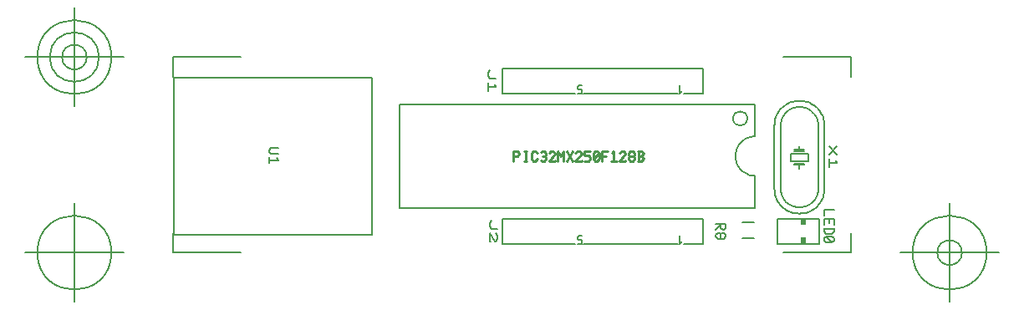
<source format=gbr>
G04 Generated by Ultiboard 11.0 *
%FSLAX25Y25*%
%MOIN*%

%ADD10C,0.00612*%
%ADD11C,0.00800*%
%ADD12C,0.01000*%
%ADD13C,0.00787*%
%ADD14C,0.00005*%
%ADD15C,0.00500*%
%ADD16C,0.00005*%


G04 ColorRGB FFFF00 for the following layer *
%LNSilkscreen Top*%
%LPD*%
%FSLAX25Y25*%
%MOIN*%
G54D10*
X28247Y40751D02*
X25098Y40751D01*
X25098Y40751D02*
X24310Y39967D01*
X24310Y39967D02*
X24310Y39183D01*
X24310Y39183D02*
X25098Y38399D01*
X25098Y38399D02*
X28247Y38399D01*
X27460Y36831D02*
X28247Y36047D01*
X28247Y36047D02*
X24310Y36047D01*
X24310Y37223D02*
X24310Y34871D01*
X202519Y10495D02*
X206456Y10495D01*
X206456Y10495D02*
X206456Y8927D01*
X206456Y8927D02*
X205669Y8143D01*
X205669Y8143D02*
X205275Y8143D01*
X205275Y8143D02*
X204487Y8927D01*
X204487Y8927D02*
X204487Y10495D01*
X204487Y10103D02*
X202519Y8143D01*
X202519Y5399D02*
X202519Y6183D01*
X202519Y6183D02*
X203306Y6967D01*
X203306Y6967D02*
X204094Y6967D01*
X204094Y6967D02*
X204487Y6575D01*
X204487Y6575D02*
X204881Y6967D01*
X204881Y6967D02*
X205669Y6967D01*
X205669Y6967D02*
X206456Y6183D01*
X206456Y6183D02*
X206456Y5399D01*
X206456Y5399D02*
X205669Y4615D01*
X205669Y4615D02*
X204881Y4615D01*
X204881Y4615D02*
X204487Y5007D01*
X204487Y5007D02*
X204094Y4615D01*
X204094Y4615D02*
X203306Y4615D01*
X203306Y4615D02*
X202519Y5399D01*
X204487Y6575D02*
X204487Y5007D01*
G54D11*
X112988Y11944D02*
X112393Y10833D01*
X112393Y10833D02*
X112393Y9722D01*
X112393Y9722D02*
X112988Y8611D01*
X112988Y8611D02*
X115369Y8611D01*
X114774Y6944D02*
X115369Y5833D01*
X115369Y5833D02*
X115369Y4722D01*
X115369Y4722D02*
X114774Y3611D01*
X114774Y3611D02*
X114476Y3611D01*
X114476Y3611D02*
X112393Y6944D01*
X112393Y6944D02*
X112393Y3611D01*
X112393Y3611D02*
X112690Y3611D01*
X112488Y71944D02*
X111893Y70833D01*
X111893Y70833D02*
X111893Y69722D01*
X111893Y69722D02*
X112488Y68611D01*
X112488Y68611D02*
X114869Y68611D01*
X114274Y66389D02*
X114869Y65278D01*
X114869Y65278D02*
X111893Y65278D01*
X111893Y66944D02*
X111893Y63611D01*
X250869Y41444D02*
X247893Y38111D01*
X247893Y41444D02*
X250869Y38111D01*
X250274Y35889D02*
X250869Y34778D01*
X250869Y34778D02*
X247893Y34778D01*
X247893Y36444D02*
X247893Y33111D01*
X249618Y16108D02*
X245681Y16108D01*
X245681Y16108D02*
X245681Y13757D01*
X245681Y10229D02*
X245681Y12581D01*
X245681Y12581D02*
X247650Y12581D01*
X247650Y12581D02*
X249618Y12581D01*
X249618Y12581D02*
X249618Y10229D01*
X247650Y12581D02*
X247650Y11013D01*
X245681Y9053D02*
X245681Y7486D01*
X245681Y7486D02*
X246469Y6702D01*
X246469Y6702D02*
X248831Y6702D01*
X248831Y6702D02*
X249618Y7486D01*
X249618Y7486D02*
X249618Y9053D01*
X249618Y8662D02*
X245681Y8662D01*
X248831Y5526D02*
X249618Y4742D01*
X249618Y4742D02*
X249618Y3958D01*
X249618Y3958D02*
X248831Y3175D01*
X248831Y3175D02*
X246469Y3175D01*
X246469Y3175D02*
X245681Y3958D01*
X245681Y3958D02*
X245681Y4742D01*
X245681Y4742D02*
X246469Y5526D01*
X246469Y5526D02*
X248831Y5526D01*
X248831Y3175D02*
X246469Y5526D01*
X-13485Y6316D02*
X65255Y6316D01*
X65255Y68914D02*
X-13485Y68914D01*
X-13485Y68914D02*
X-13485Y6316D01*
X65255Y6316D02*
X65255Y68914D01*
X117385Y12603D02*
X197385Y12603D01*
X117385Y2603D02*
X146552Y2603D01*
X117385Y2603D02*
X117385Y12603D01*
X189052Y3436D02*
X188218Y2603D01*
X187385Y2603D02*
X149885Y2603D01*
X148219Y5936D02*
X148146Y5933D01*
X148146Y5933D02*
X148074Y5924D01*
X148074Y5924D02*
X148003Y5908D01*
X148003Y5908D02*
X147933Y5886D01*
X147933Y5886D02*
X147866Y5858D01*
X147866Y5858D02*
X147802Y5825D01*
X147802Y5825D02*
X147741Y5786D01*
X147741Y5786D02*
X147683Y5741D01*
X147683Y5741D02*
X147629Y5692D01*
X147629Y5692D02*
X147580Y5639D01*
X147580Y5639D02*
X147536Y5581D01*
X147536Y5581D02*
X147497Y5520D01*
X147497Y5520D02*
X147463Y5455D01*
X147463Y5455D02*
X147435Y5388D01*
X147435Y5388D02*
X147414Y5319D01*
X147414Y5319D02*
X147398Y5248D01*
X147398Y5248D02*
X147388Y5176D01*
X147388Y5176D02*
X147385Y5103D01*
X147385Y5103D02*
X147388Y5030D01*
X147388Y5030D02*
X147398Y4958D01*
X147398Y4958D02*
X147414Y4887D01*
X147414Y4887D02*
X147435Y4818D01*
X147435Y4818D02*
X147463Y4751D01*
X147463Y4751D02*
X147497Y4686D01*
X147497Y4686D02*
X147536Y4625D01*
X147536Y4625D02*
X147580Y4567D01*
X147580Y4567D02*
X147629Y4514D01*
X147629Y4514D02*
X147683Y4465D01*
X147683Y4465D02*
X147741Y4420D01*
X147741Y4420D02*
X147802Y4381D01*
X147802Y4381D02*
X147866Y4348D01*
X147866Y4348D02*
X147933Y4320D01*
X147933Y4320D02*
X148003Y4298D01*
X148003Y4298D02*
X148074Y4282D01*
X148074Y4282D02*
X148146Y4273D01*
X148146Y4273D02*
X148219Y4270D01*
X149052Y2603D02*
X147385Y2603D01*
X149052Y5936D02*
X148218Y5936D01*
X149052Y4270D02*
X149052Y2603D01*
X149052Y4270D02*
X148218Y4270D01*
X188218Y2603D02*
X188218Y5936D01*
X197385Y12603D02*
X197385Y2603D01*
X197385Y2603D02*
X189885Y2603D01*
X117385Y72615D02*
X197385Y72615D01*
X117385Y62615D02*
X146552Y62615D01*
X117385Y62615D02*
X117385Y72615D01*
X189052Y63448D02*
X188218Y62615D01*
X187385Y62615D02*
X149885Y62615D01*
X149052Y62615D02*
X147385Y62615D01*
X149052Y64282D02*
X149052Y62615D01*
X188218Y62615D02*
X188218Y65948D01*
X148219Y65948D02*
X148146Y65945D01*
X148146Y65945D02*
X148074Y65936D01*
X148074Y65936D02*
X148003Y65920D01*
X148003Y65920D02*
X147933Y65898D01*
X147933Y65898D02*
X147866Y65870D01*
X147866Y65870D02*
X147802Y65837D01*
X147802Y65837D02*
X147741Y65798D01*
X147741Y65798D02*
X147683Y65753D01*
X147683Y65753D02*
X147629Y65704D01*
X147629Y65704D02*
X147580Y65651D01*
X147580Y65651D02*
X147536Y65593D01*
X147536Y65593D02*
X147497Y65532D01*
X147497Y65532D02*
X147463Y65467D01*
X147463Y65467D02*
X147435Y65400D01*
X147435Y65400D02*
X147414Y65331D01*
X147414Y65331D02*
X147398Y65260D01*
X147398Y65260D02*
X147388Y65188D01*
X147388Y65188D02*
X147385Y65115D01*
X147385Y65115D02*
X147388Y65042D01*
X147388Y65042D02*
X147398Y64970D01*
X147398Y64970D02*
X147414Y64899D01*
X147414Y64899D02*
X147435Y64830D01*
X147435Y64830D02*
X147463Y64763D01*
X147463Y64763D02*
X147497Y64698D01*
X147497Y64698D02*
X147536Y64637D01*
X147536Y64637D02*
X147580Y64579D01*
X147580Y64579D02*
X147629Y64526D01*
X147629Y64526D02*
X147683Y64477D01*
X147683Y64477D02*
X147741Y64432D01*
X147741Y64432D02*
X147802Y64393D01*
X147802Y64393D02*
X147866Y64360D01*
X147866Y64360D02*
X147933Y64332D01*
X147933Y64332D02*
X148003Y64310D01*
X148003Y64310D02*
X148074Y64294D01*
X148074Y64294D02*
X148146Y64285D01*
X148146Y64285D02*
X148219Y64282D01*
X149052Y64282D02*
X148218Y64282D01*
X149052Y65948D02*
X148218Y65948D01*
X197385Y62615D02*
X189885Y62615D01*
X197385Y72615D02*
X197385Y62615D01*
X76519Y16946D02*
X218251Y16946D01*
X218251Y58284D02*
X76519Y58284D01*
X76519Y58284D02*
X76519Y16946D01*
X218251Y45489D02*
X217565Y45459D01*
X217565Y45459D02*
X216884Y45369D01*
X216884Y45369D02*
X216213Y45221D01*
X216213Y45221D02*
X215558Y45014D01*
X215558Y45014D02*
X214923Y44751D01*
X214923Y44751D02*
X214314Y44434D01*
X214314Y44434D02*
X213735Y44065D01*
X213735Y44065D02*
X213190Y43647D01*
X213190Y43647D02*
X212683Y43183D01*
X212683Y43183D02*
X212219Y42676D01*
X212219Y42676D02*
X211801Y42131D01*
X211801Y42131D02*
X211432Y41552D01*
X211432Y41552D02*
X211115Y40943D01*
X211115Y40943D02*
X210852Y40308D01*
X210852Y40308D02*
X210645Y39653D01*
X210645Y39653D02*
X210497Y38982D01*
X210497Y38982D02*
X210407Y38301D01*
X210407Y38301D02*
X210377Y37615D01*
X210377Y37615D02*
X210407Y36929D01*
X210407Y36929D02*
X210497Y36248D01*
X210497Y36248D02*
X210645Y35577D01*
X210645Y35577D02*
X210852Y34922D01*
X210852Y34922D02*
X211115Y34287D01*
X211115Y34287D02*
X211432Y33678D01*
X211432Y33678D02*
X211801Y33099D01*
X211801Y33099D02*
X212219Y32554D01*
X212219Y32554D02*
X212683Y32047D01*
X212683Y32047D02*
X213190Y31583D01*
X213190Y31583D02*
X213735Y31165D01*
X213735Y31165D02*
X214314Y30796D01*
X214314Y30796D02*
X214923Y30479D01*
X214923Y30479D02*
X215558Y30216D01*
X215558Y30216D02*
X216213Y30009D01*
X216213Y30009D02*
X216884Y29861D01*
X216884Y29861D02*
X217565Y29771D01*
X217565Y29771D02*
X218251Y29741D01*
X218251Y29741D02*
X218251Y29741D01*
X218251Y16946D02*
X218251Y29741D01*
X218251Y45489D02*
X218251Y58284D01*
X209385Y52615D02*
G75*
D01*
G02X209385Y52615I2854J0*
G01*
X225885Y24698D02*
X225885Y49698D01*
X228385Y24698D02*
X228385Y49698D01*
X245885Y24698D02*
X245885Y49698D01*
X243385Y24698D02*
X243385Y49698D01*
X225885Y24698D02*
X225923Y23827D01*
X225923Y23827D02*
X226037Y22962D01*
X226037Y22962D02*
X226226Y22110D01*
X226226Y22110D02*
X226488Y21278D01*
X226488Y21278D02*
X226822Y20472D01*
X226822Y20472D02*
X227225Y19698D01*
X227225Y19698D02*
X227694Y18963D01*
X227694Y18963D02*
X228225Y18271D01*
X228225Y18271D02*
X228814Y17627D01*
X228814Y17627D02*
X229457Y17038D01*
X229457Y17038D02*
X230149Y16507D01*
X230149Y16507D02*
X230885Y16038D01*
X230885Y16038D02*
X231659Y15635D01*
X231659Y15635D02*
X232465Y15301D01*
X232465Y15301D02*
X233297Y15039D01*
X233297Y15039D02*
X234149Y14850D01*
X234149Y14850D02*
X235013Y14736D01*
X235013Y14736D02*
X235885Y14698D01*
X235885Y14698D02*
X236757Y14736D01*
X236757Y14736D02*
X237622Y14850D01*
X237622Y14850D02*
X238473Y15039D01*
X238473Y15039D02*
X239305Y15301D01*
X239305Y15301D02*
X240111Y15635D01*
X240111Y15635D02*
X240885Y16038D01*
X240885Y16038D02*
X241621Y16507D01*
X241621Y16507D02*
X242313Y17038D01*
X242313Y17038D02*
X242956Y17627D01*
X242956Y17627D02*
X243545Y18271D01*
X243545Y18271D02*
X244077Y18963D01*
X244077Y18963D02*
X244545Y19698D01*
X244545Y19698D02*
X244948Y20472D01*
X244948Y20472D02*
X245282Y21278D01*
X245282Y21278D02*
X245544Y22110D01*
X245544Y22110D02*
X245733Y22962D01*
X245733Y22962D02*
X245847Y23827D01*
X245847Y23827D02*
X245885Y24698D01*
X245885Y24698D02*
X245885Y24698D01*
X228385Y24698D02*
X228414Y24045D01*
X228414Y24045D02*
X228499Y23396D01*
X228499Y23396D02*
X228641Y22757D01*
X228641Y22757D02*
X228837Y22133D01*
X228837Y22133D02*
X229088Y21529D01*
X229088Y21529D02*
X229390Y20948D01*
X229390Y20948D02*
X229741Y20397D01*
X229741Y20397D02*
X230140Y19878D01*
X230140Y19878D02*
X230582Y19395D01*
X230582Y19395D02*
X231064Y18953D01*
X231064Y18953D02*
X231583Y18555D01*
X231583Y18555D02*
X232135Y18203D01*
X232135Y18203D02*
X232715Y17901D01*
X232715Y17901D02*
X233320Y17651D01*
X233320Y17651D02*
X233944Y17454D01*
X233944Y17454D02*
X234583Y17312D01*
X234583Y17312D02*
X235231Y17227D01*
X235231Y17227D02*
X235885Y17198D01*
X235885Y17198D02*
X236539Y17227D01*
X236539Y17227D02*
X237187Y17312D01*
X237187Y17312D02*
X237826Y17454D01*
X237826Y17454D02*
X238450Y17651D01*
X238450Y17651D02*
X239055Y17901D01*
X239055Y17901D02*
X239635Y18203D01*
X239635Y18203D02*
X240187Y18555D01*
X240187Y18555D02*
X240706Y18953D01*
X240706Y18953D02*
X241188Y19395D01*
X241188Y19395D02*
X241630Y19878D01*
X241630Y19878D02*
X242029Y20397D01*
X242029Y20397D02*
X242380Y20948D01*
X242380Y20948D02*
X242682Y21529D01*
X242682Y21529D02*
X242933Y22133D01*
X242933Y22133D02*
X243129Y22757D01*
X243129Y22757D02*
X243271Y23396D01*
X243271Y23396D02*
X243356Y24045D01*
X243356Y24045D02*
X243385Y24698D01*
X243385Y24698D02*
X243385Y24698D01*
X245885Y49698D02*
X245847Y50570D01*
X245847Y50570D02*
X245733Y51435D01*
X245733Y51435D02*
X245544Y52287D01*
X245544Y52287D02*
X245282Y53119D01*
X245282Y53119D02*
X244948Y53925D01*
X244948Y53925D02*
X244545Y54698D01*
X244545Y54698D02*
X244077Y55434D01*
X244077Y55434D02*
X243545Y56126D01*
X243545Y56126D02*
X242956Y56769D01*
X242956Y56769D02*
X242313Y57359D01*
X242313Y57359D02*
X241621Y57890D01*
X241621Y57890D02*
X240885Y58359D01*
X240885Y58359D02*
X240111Y58761D01*
X240111Y58761D02*
X239305Y59095D01*
X239305Y59095D02*
X238473Y59358D01*
X238473Y59358D02*
X237622Y59547D01*
X237622Y59547D02*
X236757Y59660D01*
X236757Y59660D02*
X235885Y59698D01*
X235885Y59698D02*
X235013Y59660D01*
X235013Y59660D02*
X234149Y59547D01*
X234149Y59547D02*
X233297Y59358D01*
X233297Y59358D02*
X232465Y59095D01*
X232465Y59095D02*
X231659Y58761D01*
X231659Y58761D02*
X230885Y58359D01*
X230885Y58359D02*
X230149Y57890D01*
X230149Y57890D02*
X229457Y57359D01*
X229457Y57359D02*
X228814Y56769D01*
X228814Y56769D02*
X228225Y56126D01*
X228225Y56126D02*
X227694Y55434D01*
X227694Y55434D02*
X227225Y54698D01*
X227225Y54698D02*
X226822Y53925D01*
X226822Y53925D02*
X226488Y53119D01*
X226488Y53119D02*
X226226Y52287D01*
X226226Y52287D02*
X226037Y51435D01*
X226037Y51435D02*
X225923Y50570D01*
X225923Y50570D02*
X225885Y49698D01*
X243385Y49698D02*
X243356Y50352D01*
X243356Y50352D02*
X243271Y51001D01*
X243271Y51001D02*
X243129Y51640D01*
X243129Y51640D02*
X242933Y52264D01*
X242933Y52264D02*
X242682Y52868D01*
X242682Y52868D02*
X242380Y53448D01*
X242380Y53448D02*
X242029Y54000D01*
X242029Y54000D02*
X241630Y54519D01*
X241630Y54519D02*
X241188Y55002D01*
X241188Y55002D02*
X240706Y55444D01*
X240706Y55444D02*
X240187Y55842D01*
X240187Y55842D02*
X239635Y56194D01*
X239635Y56194D02*
X239055Y56496D01*
X239055Y56496D02*
X238450Y56746D01*
X238450Y56746D02*
X237826Y56943D01*
X237826Y56943D02*
X237187Y57084D01*
X237187Y57084D02*
X236539Y57170D01*
X236539Y57170D02*
X235885Y57198D01*
X235885Y57198D02*
X235231Y57170D01*
X235231Y57170D02*
X234583Y57084D01*
X234583Y57084D02*
X233944Y56943D01*
X233944Y56943D02*
X233320Y56746D01*
X233320Y56746D02*
X232715Y56496D01*
X232715Y56496D02*
X232135Y56194D01*
X232135Y56194D02*
X231583Y55842D01*
X231583Y55842D02*
X231064Y55444D01*
X231064Y55444D02*
X230582Y55002D01*
X230582Y55002D02*
X230140Y54519D01*
X230140Y54519D02*
X229741Y54000D01*
X229741Y54000D02*
X229390Y53448D01*
X229390Y53448D02*
X229088Y52868D01*
X229088Y52868D02*
X228837Y52264D01*
X228837Y52264D02*
X228641Y51640D01*
X228641Y51640D02*
X228499Y51001D01*
X228499Y51001D02*
X228414Y50352D01*
X228414Y50352D02*
X228385Y49698D01*
X232385Y35698D02*
X239385Y35698D01*
X232385Y38698D02*
X239385Y38698D01*
X233885Y34198D02*
X237885Y34198D01*
X237885Y34698D02*
X233885Y34698D01*
X233885Y39698D02*
X237885Y39698D01*
X233885Y40198D02*
X237885Y40198D01*
X235885Y40198D02*
X235885Y41698D01*
X235885Y34198D02*
X235885Y32698D01*
X232385Y38698D02*
X232385Y35698D01*
X239385Y35698D02*
X239385Y38698D01*
X243718Y2615D02*
X227052Y2615D01*
X227052Y12615D02*
X243718Y12615D01*
X227052Y2615D02*
X227052Y12615D01*
X243718Y12615D02*
X243718Y2615D01*
G54D12*
X121892Y35669D02*
X121892Y39606D01*
X121892Y39606D02*
X123460Y39606D01*
X123460Y39606D02*
X124244Y38819D01*
X124244Y38819D02*
X124244Y38425D01*
X124244Y38425D02*
X123460Y37638D01*
X123460Y37638D02*
X121892Y37638D01*
X126203Y35669D02*
X126987Y35669D01*
X126203Y39606D02*
X126987Y39606D01*
X126595Y35669D02*
X126595Y39606D01*
X131299Y36457D02*
X130515Y35669D01*
X130515Y35669D02*
X129731Y35669D01*
X129731Y35669D02*
X128947Y36457D01*
X128947Y36457D02*
X128947Y38819D01*
X128947Y38819D02*
X129731Y39606D01*
X129731Y39606D02*
X130515Y39606D01*
X130515Y39606D02*
X131299Y38819D01*
X132867Y39213D02*
X133259Y39606D01*
X133259Y39606D02*
X134042Y39606D01*
X134042Y39606D02*
X134826Y38819D01*
X134826Y38819D02*
X134826Y38031D01*
X134826Y38031D02*
X134434Y37638D01*
X134434Y37638D02*
X134826Y37244D01*
X134826Y37244D02*
X134826Y36457D01*
X134826Y36457D02*
X134042Y35669D01*
X134042Y35669D02*
X133259Y35669D01*
X133259Y35669D02*
X132867Y36063D01*
X133259Y37638D02*
X134434Y37638D01*
X136002Y38819D02*
X136786Y39606D01*
X136786Y39606D02*
X137570Y39606D01*
X137570Y39606D02*
X138354Y38819D01*
X138354Y38819D02*
X138354Y38425D01*
X138354Y38425D02*
X136002Y35669D01*
X136002Y35669D02*
X138354Y35669D01*
X138354Y35669D02*
X138354Y36063D01*
X139530Y35669D02*
X139530Y39606D01*
X139530Y39606D02*
X140706Y37638D01*
X140706Y37638D02*
X141881Y39606D01*
X141881Y39606D02*
X141881Y35669D01*
X143057Y39606D02*
X145409Y35669D01*
X143057Y35669D02*
X145409Y39606D01*
X146585Y38819D02*
X147369Y39606D01*
X147369Y39606D02*
X148153Y39606D01*
X148153Y39606D02*
X148937Y38819D01*
X148937Y38819D02*
X148937Y38425D01*
X148937Y38425D02*
X146585Y35669D01*
X146585Y35669D02*
X148937Y35669D01*
X148937Y35669D02*
X148937Y36063D01*
X152464Y39606D02*
X150112Y39606D01*
X150112Y39606D02*
X150112Y38031D01*
X150112Y38031D02*
X151680Y38031D01*
X151680Y38031D02*
X152464Y37244D01*
X152464Y37244D02*
X152464Y36457D01*
X152464Y36457D02*
X151680Y35669D01*
X151680Y35669D02*
X150112Y35669D01*
X153640Y38819D02*
X154424Y39606D01*
X154424Y39606D02*
X155208Y39606D01*
X155208Y39606D02*
X155992Y38819D01*
X155992Y38819D02*
X155992Y36457D01*
X155992Y36457D02*
X155208Y35669D01*
X155208Y35669D02*
X154424Y35669D01*
X154424Y35669D02*
X153640Y36457D01*
X153640Y36457D02*
X153640Y38819D01*
X155992Y38819D02*
X153640Y36457D01*
X157168Y35669D02*
X157168Y39606D01*
X157168Y39606D02*
X159519Y39606D01*
X157168Y37638D02*
X158735Y37638D01*
X161087Y38819D02*
X161871Y39606D01*
X161871Y39606D02*
X161871Y35669D01*
X160695Y35669D02*
X163047Y35669D01*
X164223Y38819D02*
X165007Y39606D01*
X165007Y39606D02*
X165790Y39606D01*
X165790Y39606D02*
X166574Y38819D01*
X166574Y38819D02*
X166574Y38425D01*
X166574Y38425D02*
X164223Y35669D01*
X164223Y35669D02*
X166574Y35669D01*
X166574Y35669D02*
X166574Y36063D01*
X169318Y35669D02*
X168534Y35669D01*
X168534Y35669D02*
X167750Y36457D01*
X167750Y36457D02*
X167750Y37244D01*
X167750Y37244D02*
X168142Y37638D01*
X168142Y37638D02*
X167750Y38031D01*
X167750Y38031D02*
X167750Y38819D01*
X167750Y38819D02*
X168534Y39606D01*
X168534Y39606D02*
X169318Y39606D01*
X169318Y39606D02*
X170102Y38819D01*
X170102Y38819D02*
X170102Y38031D01*
X170102Y38031D02*
X169710Y37638D01*
X169710Y37638D02*
X170102Y37244D01*
X170102Y37244D02*
X170102Y36457D01*
X170102Y36457D02*
X169318Y35669D01*
X168142Y37638D02*
X169710Y37638D01*
X171278Y35669D02*
X172846Y35669D01*
X172846Y35669D02*
X173629Y36457D01*
X173629Y36457D02*
X173629Y36850D01*
X173629Y36850D02*
X172846Y37638D01*
X172846Y37638D02*
X173629Y38425D01*
X173629Y38425D02*
X173629Y38819D01*
X173629Y38819D02*
X172846Y39606D01*
X172846Y39606D02*
X171670Y39606D01*
X171670Y39606D02*
X171278Y39606D01*
X171670Y37638D02*
X172846Y37638D01*
X171670Y39606D02*
X171670Y35669D01*
G54D13*
X213023Y11265D02*
X217747Y11265D01*
X213023Y11265D02*
X217747Y11265D01*
X213023Y4965D02*
X217747Y4965D01*
G54D14*
G36*
X236383Y2615D02*
X236383Y5115D01*
X238388Y5115D01*
X238388Y2615D01*
X236383Y2615D01*
G37*
G36*
X236385Y2612D02*
X236385Y5117D01*
X238385Y5117D01*
X238385Y2612D01*
X236385Y2612D01*
G37*
G36*
X236383Y10115D02*
X236383Y12615D01*
X238388Y12615D01*
X238388Y10115D01*
X236383Y10115D01*
G37*
G36*
X236385Y10112D02*
X236385Y12617D01*
X238385Y12617D01*
X238385Y10112D01*
X236385Y10112D01*
G37*
G54D15*
X-13885Y-885D02*
X-13885Y6915D01*
X-13885Y-885D02*
X13142Y-885D01*
X256385Y-885D02*
X229358Y-885D01*
X256385Y-885D02*
X256385Y6915D01*
X256385Y77115D02*
X256385Y69315D01*
X256385Y77115D02*
X229358Y77115D01*
X-13885Y77115D02*
X13142Y77115D01*
X-13885Y77115D02*
X-13885Y69315D01*
X-33570Y-885D02*
X-72940Y-885D01*
X-53255Y-20570D02*
X-53255Y18800D01*
X-68019Y-885D02*
G75*
D01*
G02X-68019Y-885I14764J0*
G01*
X276070Y-885D02*
X315440Y-885D01*
X295755Y-20570D02*
X295755Y18800D01*
X280991Y-885D02*
G75*
D01*
G02X280991Y-885I14764J0*
G01*
X290834Y-885D02*
G75*
D01*
G02X290834Y-885I4921J0*
G01*
X-33570Y77115D02*
X-72940Y77115D01*
X-53255Y57430D02*
X-53255Y96800D01*
X-68019Y77115D02*
G75*
D01*
G02X-68019Y77115I14764J0*
G01*
X-63098Y77115D02*
G75*
D01*
G02X-63098Y77115I9843J0*
G01*
X-58176Y77115D02*
G75*
D01*
G02X-58176Y77115I4921J0*
G01*
G54D16*
X236385Y5115D03*
X238385Y5115D03*
X236385Y2615D03*
X238385Y2615D03*
X236385Y12615D03*
X238385Y12615D03*
X236385Y10115D03*
X238385Y10115D03*

M00*

</source>
